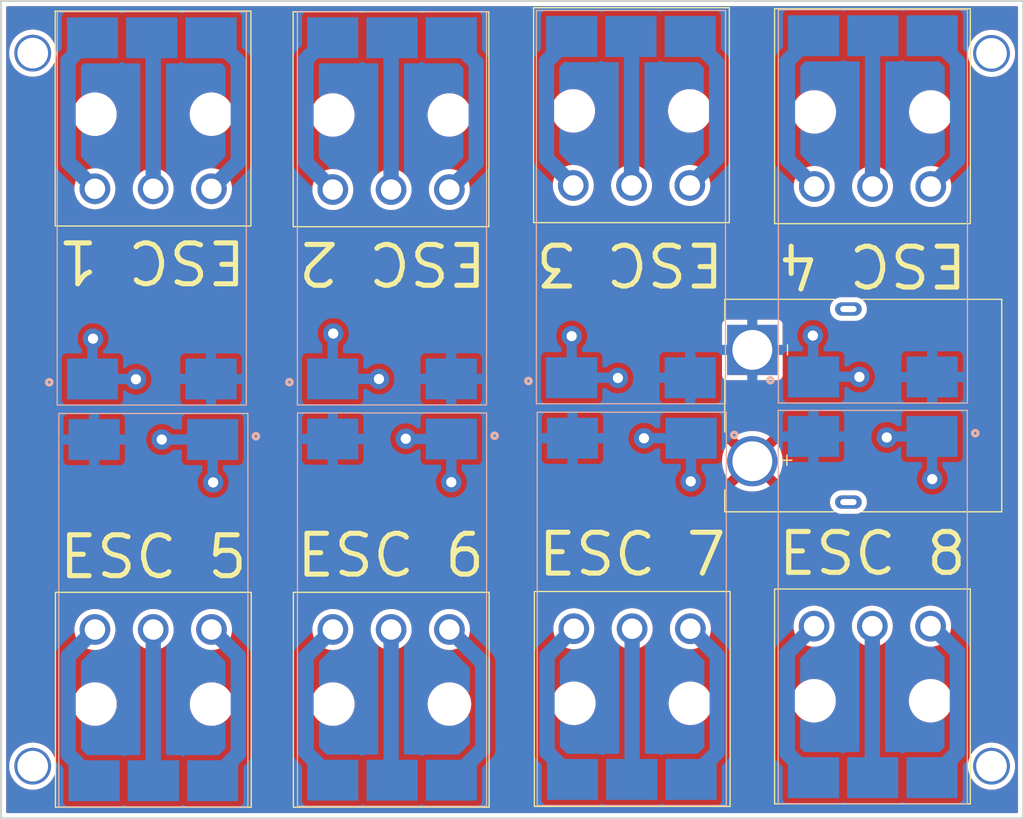
<source format=kicad_pcb>
(kicad_pcb (version 20211014) (generator pcbnew)
  (layers (0 "F.Cu" signal) (31 "B.Cu" signal) (34 "B.Paste" user) (35 "F.Paste" user) (36 "B.SilkS" user "B.Silkscreen") (37 "F.SilkS" user "F.Silkscreen") (38 "B.Mask" user) (39 "F.Mask" user) (44 "Edge.Cuts" user))
  (net 0 "")
  (net 1 "Net-(J1-Pad1)")
  (net 2 "Net-(J1-Pad2)")
  (net 3 "Net-(J1-Pad3)")
  (net 4 "Net-(J2-Pad1)")
  (net 5 "Net-(J2-Pad2)")
  (net 6 "Net-(J2-Pad3)")
  (net 7 "Net-(J3-Pad1)")
  (net 8 "Net-(J3-Pad2)")
  (net 9 "Net-(J3-Pad3)")
  (net 10 "Net-(J4-Pad1)")
  (net 11 "Net-(J4-Pad2)")
  (net 12 "Net-(J4-Pad3)")
  (net 13 "Net-(J5-Pad1)")
  (net 14 "Net-(J5-Pad2)")
  (net 15 "Net-(J5-Pad3)")
  (net 16 "Net-(J6-Pad1)")
  (net 17 "Net-(J6-Pad2)")
  (net 18 "Net-(J6-Pad3)")
  (net 19 "Net-(J7-Pad1)")
  (net 20 "Net-(J7-Pad2)")
  (net 21 "Net-(J7-Pad3)")
  (net 22 "Net-(J8-Pad1)")
  (net 23 "Net-(J8-Pad2)")
  (net 24 "Net-(J8-Pad3)")
  (net 25 "+BATT")
  (net 26 "GND")
  (footprint "0_misc:plated_hole_3.0x3.6mm" (layer "F.Cu") (at 146.9 124.9)
    (fp_text reference "U13" hide)
    (fp_text value "Mounting-holes" hide)
    (pad "1" thru_hole circle locked (at 0 0) (size 3.6 3.6) (drill 3) (layers *.Cu *.Mask))
  )
  (footprint "5_Connectors_Molex:MegaF_RAH_Single_3x5.7mm" (layer "F.Cu") (at 135.265 72.155 180)
    (fp_text reference "J8" hide)
    (fp_text value "header_01x03" hide)
    (fp_rect (start 9.59 21.4) (end -9.56 0.36) (layer "F.SilkS") (width 0.12) (fill none))
    (pad "" np_thru_hole circle (at 5.705 11.3 180) (size 3.25 3.25) (drill 3.25) (layers F&B.Cu *.Mask))
    (pad "" np_thru_hole circle (at -5.695 11.3 180) (size 3.25 3.25) (drill 3.25) (layers F&B.Cu *.Mask))
    (pad "1" thru_hole circle (at -5.695 4 180) (size 3 3) (drill 2) (layers *.Cu *.Mask) (net 22 "Net-(J8-Pad1)"))
    (pad "2" thru_hole circle (at 0.005 4 180) (size 3 3) (drill 2) (layers *.Cu *.Mask) (net 23 "Net-(J8-Pad2)"))
    (pad "3" thru_hole circle (at 5.705 4 180) (size 3 3) (drill 2) (layers *.Cu *.Mask) (net 24 "Net-(J8-Pad3)"))
  )
  (footprint "5_Connectors_Molex:MegaF_RAH_Single_3x5.7mm" (layer "F.Cu") (at 111.69 72.055 180)
    (fp_text reference "J7" hide)
    (fp_text value "header_01x03" hide)
    (fp_rect (start 9.59 21.4) (end -9.56 0.36) (layer "F.SilkS") (width 0.12) (fill none))
    (pad "" np_thru_hole circle (at -5.695 11.3 180) (size 3.25 3.25) (drill 3.25) (layers F&B.Cu *.Mask))
    (pad "" np_thru_hole circle (at 5.705 11.3 180) (size 3.25 3.25) (drill 3.25) (layers F&B.Cu *.Mask))
    (pad "1" thru_hole circle (at -5.695 4 180) (size 3 3) (drill 2) (layers *.Cu *.Mask) (net 19 "Net-(J7-Pad1)"))
    (pad "2" thru_hole circle (at 0.005 4 180) (size 3 3) (drill 2) (layers *.Cu *.Mask) (net 20 "Net-(J7-Pad2)"))
    (pad "3" thru_hole circle (at 5.705 4 180) (size 3 3) (drill 2) (layers *.Cu *.Mask) (net 21 "Net-(J7-Pad3)"))
  )
  (footprint "0_misc:plated_hole_3.0x3.6mm" (layer "F.Cu") (at 146.9 55.125)
    (fp_text reference "U11" hide)
    (fp_text value "Mounting-holes" hide)
    (pad "1" thru_hole circle locked (at 0 0) (size 3.6 3.6) (drill 3) (layers *.Cu *.Mask))
  )
  (footprint "5_Connectors_Molex:MegaF_RAH_Single_3x5.7mm" (layer "F.Cu") (at 64.885 107.52)
    (fp_text reference "J4" hide)
    (fp_text value "header_01x03" hide)
    (fp_rect (start 9.59 21.4) (end -9.56 0.36) (layer "F.SilkS") (width 0.12) (fill none))
    (pad "" np_thru_hole circle (at -5.695 11.3) (size 3.25 3.25) (drill 3.25) (layers F&B.Cu *.Mask))
    (pad "" np_thru_hole circle (at 5.705 11.3) (size 3.25 3.25) (drill 3.25) (layers F&B.Cu *.Mask))
    (pad "1" thru_hole circle (at -5.695 4) (size 3 3) (drill 2) (layers *.Cu *.Mask) (net 10 "Net-(J4-Pad1)"))
    (pad "2" thru_hole circle (at 0.005 4) (size 3 3) (drill 2) (layers *.Cu *.Mask) (net 11 "Net-(J4-Pad2)"))
    (pad "3" thru_hole circle (at 5.705 4) (size 3 3) (drill 2) (layers *.Cu *.Mask) (net 12 "Net-(J4-Pad3)"))
  )
  (footprint "5_Connectors_Molex:MegaF_RAH_Single_3x5.7mm" (layer "F.Cu") (at 88.165 72.455 180)
    (fp_text reference "J5" hide)
    (fp_text value "header_01x03" hide)
    (fp_rect (start 9.59 21.4) (end -9.56 0.36) (layer "F.SilkS") (width 0.12) (fill none))
    (pad "" np_thru_hole circle (at -5.695 11.3 180) (size 3.25 3.25) (drill 3.25) (layers F&B.Cu *.Mask))
    (pad "" np_thru_hole circle (at 5.705 11.3 180) (size 3.25 3.25) (drill 3.25) (layers F&B.Cu *.Mask))
    (pad "1" thru_hole circle (at -5.695 4 180) (size 3 3) (drill 2) (layers *.Cu *.Mask) (net 13 "Net-(J5-Pad1)"))
    (pad "2" thru_hole circle (at 0.005 4 180) (size 3 3) (drill 2) (layers *.Cu *.Mask) (net 14 "Net-(J5-Pad2)"))
    (pad "3" thru_hole circle (at 5.705 4 180) (size 3 3) (drill 2) (layers *.Cu *.Mask) (net 15 "Net-(J5-Pad3)"))
  )
  (footprint "5_Connectors_Molex:MegaF_RAH_Single_3x5.7mm" (layer "F.Cu") (at 135.235 107.195)
    (fp_text reference "J3" hide)
    (fp_text value "header_01x03" hide)
    (fp_rect (start 9.59 21.4) (end -9.56 0.36) (layer "F.SilkS") (width 0.12) (fill none))
    (pad "" np_thru_hole circle (at -5.695 11.3) (size 3.25 3.25) (drill 3.25) (layers F&B.Cu *.Mask))
    (pad "" np_thru_hole circle (at 5.705 11.3) (size 3.25 3.25) (drill 3.25) (layers F&B.Cu *.Mask))
    (pad "1" thru_hole circle (at -5.695 4) (size 3 3) (drill 2) (layers *.Cu *.Mask) (net 7 "Net-(J3-Pad1)"))
    (pad "2" thru_hole circle (at 0.005 4) (size 3 3) (drill 2) (layers *.Cu *.Mask) (net 8 "Net-(J3-Pad2)"))
    (pad "3" thru_hole circle (at 5.705 4) (size 3 3) (drill 2) (layers *.Cu *.Mask) (net 9 "Net-(J3-Pad3)"))
  )
  (footprint "5_Connectors_Molex:MegaF_RAH_Single_3x5.7mm" (layer "F.Cu") (at 64.89 72.38 180)
    (fp_text reference "J2" hide)
    (fp_text value "header_01x03" hide)
    (fp_rect (start 9.59 21.4) (end -9.56 0.36) (layer "F.SilkS") (width 0.12) (fill none))
    (pad "" np_thru_hole circle (at -5.695 11.3 180) (size 3.25 3.25) (drill 3.25) (layers F&B.Cu *.Mask))
    (pad "" np_thru_hole circle (at 5.705 11.3 180) (size 3.25 3.25) (drill 3.25) (layers F&B.Cu *.Mask))
    (pad "1" thru_hole circle (at -5.695 4 180) (size 3 3) (drill 2) (layers *.Cu *.Mask) (net 4 "Net-(J2-Pad1)"))
    (pad "2" thru_hole circle (at 0.005 4 180) (size 3 3) (drill 2) (layers *.Cu *.Mask) (net 5 "Net-(J2-Pad2)"))
    (pad "3" thru_hole circle (at 5.705 4 180) (size 3 3) (drill 2) (layers *.Cu *.Mask) (net 6 "Net-(J2-Pad3)"))
  )
  (footprint "5_Connectors_Molex:MegaF_RAH_Single_3x5.7mm" (layer "F.Cu") (at 111.735 107.445)
    (fp_text reference "J1" hide)
    (fp_text value "header_01x03" hide)
    (fp_rect (start 9.59 21.4) (end -9.56 0.36) (layer "F.SilkS") (width 0.12) (fill none))
    (pad "" np_thru_hole circle (at -5.695 11.3) (size 3.25 3.25) (drill 3.25) (layers F&B.Cu *.Mask))
    (pad "" np_thru_hole circle (at 5.705 11.3) (size 3.25 3.25) (drill 3.25) (layers F&B.Cu *.Mask))
    (pad "1" thru_hole circle (at -5.695 4) (size 3 3) (drill 2) (layers *.Cu *.Mask) (net 1 "Net-(J1-Pad1)"))
    (pad "2" thru_hole circle (at 0.005 4) (size 3 3) (drill 2) (layers *.Cu *.Mask) (net 2 "Net-(J1-Pad2)"))
    (pad "3" thru_hole circle (at 5.705 4) (size 3 3) (drill 2) (layers *.Cu *.Mask) (net 3 "Net-(J1-Pad3)"))
  )
  (footprint "0_misc:plated_hole_3.0x3.6mm" (layer "F.Cu") (at 53.1 55.1)
    (fp_text reference "U10" hide)
    (fp_text value "Mounting-holes" hide)
    (pad "1" thru_hole circle locked (at 0 0) (size 3.6 3.6) (drill 3) (layers *.Cu *.Mask))
  )
  (footprint "5_Connectors_AMASS:AMASS_XT90PW-M_Horizontal" (layer "F.Cu") (at 135.54 89.61 -90)
    (fp_text reference "U1" hide)
    (fp_text value "XT90PW-M" hide)
    (fp_line (start 10.39 1.29) (end 10.39 -12.36) (layer "F.SilkS") (width 0.127))
    (fp_line (start -10.41 4.04) (end -10.41 14.74) (layer "F.SilkS") (width 0.127))
    (fp_line (start -10.41 14.74) (end -8.26 14.74) (layer "F.SilkS") (width 0.127))
    (fp_line (start 2.59 14.74) (end -2.61 14.74) (layer "F.SilkS") (width 0.127))
    (fp_line (start 8.24 14.74) (end 10.39 14.74) (layer "F.SilkS") (width 0.127))
    (fp_line (start 5.34 8.16) (end 5.34 9.16) (layer "F.SilkS") (width 0.127))
    (fp_line (start -10.41 -12.36) (end -10.41 1.29) (layer "F.SilkS") (width 0.127))
    (fp_line (start -4.96 8.6) (end -5.96 8.6) (layer "F.SilkS") (width 0.127))
    (fp_line (start 4.84 8.66) (end 5.84 8.66) (layer "F.SilkS") (width 0.127))
    (fp_line (start 10.39 -12.36) (end -10.41 -12.36) (layer "F.SilkS") (width 0.127))
    (fp_line (start 10.39 14.74) (end 10.39 4.04) (layer "F.SilkS") (width 0.127))
    (pad "" thru_hole oval (at -9.46 2.64 90) (size 1.3 2.6) (drill oval 0.6 1.6) (layers *.Cu *.Mask))
    (pad "" thru_hole oval (at 9.44 2.64 90) (size 1.3 2.6) (drill oval 0.6 1.6) (layers *.Cu *.Mask))
    (pad "1" thru_hole rect (at -5.46 12.04 90) (size 4.916 4.916) (drill 3.9) (layers *.Cu *.Mask) (net 26 "GND"))
    (pad "2" thru_hole circle (at 5.44 12.04 90) (size 4.916 4.916) (drill 3.9) (layers *.Cu *.Mask) (net 25 "+BATT"))
  )
  (footprint "0_misc:plated_hole_3.0x3.6mm" (layer "F.Cu") (at 53.1 124.9)
    (fp_text reference "U12" hide)
    (fp_text value "Mounting-holes" hide)
    (pad "1" thru_hole circle locked (at 0 0) (size 3.6 3.6) (drill 3) (layers *.Cu *.Mask))
  )
  (footprint "5_Connectors_Molex:MegaF_RAH_Single_3x5.7mm" (layer "F.Cu") (at 88.16 107.52)
    (fp_text reference "J6" hide)
    (fp_text value "header_01x03" hide)
    (fp_rect (start 9.59 21.4) (end -9.56 0.36) (layer "F.SilkS") (width 0.12) (fill none))
    (pad "" np_thru_hole circle (at -5.695 11.3) (size 3.25 3.25) (drill 3.25) (layers F&B.Cu *.Mask))
    (pad "" np_thru_hole circle (at 5.705 11.3) (size 3.25 3.25) (drill 3.25) (layers F&B.Cu *.Mask))
    (pad "1" thru_hole circle (at -5.695 4) (size 3 3) (drill 2) (layers *.Cu *.Mask) (net 16 "Net-(J6-Pad1)"))
    (pad "2" thru_hole circle (at 0.005 4) (size 3 3) (drill 2) (layers *.Cu *.Mask) (net 17 "Net-(J6-Pad2)"))
    (pad "3" thru_hole circle (at 5.705 4) (size 3 3) (drill 2) (layers *.Cu *.Mask) (net 18 "Net-(J6-Pad3)"))
  )
  (footprint "hot_swap_footprints:esc" (layer "B.Cu") (at 111.625 70.175)
    (fp_text reference "U8" hide)
    (fp_text value "ESC" hide)
    (fp_rect (start -9.25 19.25) (end 9.25 -19.25) (layer "B.SilkS") (width 0.12) (fill none))
    (fp_circle (center -10.03 17.02) (end -9.758338 17.02) (layer "B.SilkS") (width 0.3) (fill none))
    (pad "1" smd rect (at -5.8 16.7) (size 5 4) (layers "B.Cu" "B.Paste" "B.Mask") (net 25 "+BATT"))
    (pad "2" smd rect (at 5.8 16.7) (size 5 4) (layers "B.Cu" "B.Paste" "B.Mask") (net 26 "GND"))
    (pad "3" smd rect (at -5.8 -16.7) (size 5 4) (layers "B.Cu" "B.Paste" "B.Mask") (net 21 "Net-(J7-Pad3)"))
    (pad "4" smd rect (at 0 -16.7) (size 5 4) (layers "B.Cu" "B.Paste" "B.Mask") (net 20 "Net-(J7-Pad2)"))
    (pad "5" smd rect (at 5.8 -16.7) (size 5 4) (layers "B.Cu" "B.Paste" "B.Mask") (net 19 "Net-(J7-Pad1)"))
  )
  (footprint "hot_swap_footprints:esc" (layer "B.Cu") (at 88.254169 109.575 180)
    (fp_text reference "U7" hide)
    (fp_text value "ESC" hide)
    (fp_rect (start -9.25 19.25) (end 9.25 -19.25) (layer "B.SilkS") (width 0.12) (fill none))
    (fp_circle (center -10.03 17.02) (end -9.758338 17.02) (layer "B.SilkS") (width 0.3) (fill none))
    (pad "1" smd rect (at -5.8 16.7 180) (size 5 4) (layers "B.Cu" "B.Paste" "B.Mask") (net 25 "+BATT"))
    (pad "2" smd rect (at 5.8 16.7 180) (size 5 4) (layers "B.Cu" "B.Paste" "B.Mask") (net 26 "GND"))
    (pad "3" smd rect (at -5.8 -16.7 180) (size 5 4) (layers "B.Cu" "B.Paste" "B.Mask") (net 18 "Net-(J6-Pad3)"))
    (pad "4" smd rect (at 0 -16.7 180) (size 5 4) (layers "B.Cu" "B.Paste" "B.Mask") (net 17 "Net-(J6-Pad2)"))
    (pad "5" smd rect (at 5.8 -16.7 180) (size 5 4) (layers "B.Cu" "B.Paste" "B.Mask") (net 16 "Net-(J6-Pad1)"))
  )
  (footprint "hot_swap_footprints:esc" (layer "B.Cu") (at 135.295831 70.1)
    (fp_text reference "U9" hide)
    (fp_text value "ESC" hide)
    (fp_rect (start -9.25 19.25) (end 9.25 -19.25) (layer "B.SilkS") (width 0.12) (fill none))
    (fp_circle (center -10.03 17.02) (end -9.758338 17.02) (layer "B.SilkS") (width 0.3) (fill none))
    (pad "1" smd rect (at -5.8 16.7) (size 5 4) (layers "B.Cu" "B.Paste" "B.Mask") (net 25 "+BATT"))
    (pad "2" smd rect (at 5.8 16.7) (size 5 4) (layers "B.Cu" "B.Paste" "B.Mask") (net 26 "GND"))
    (pad "3" smd rect (at -5.8 -16.7) (size 5 4) (layers "B.Cu" "B.Paste" "B.Mask") (net 24 "Net-(J8-Pad3)"))
    (pad "4" smd rect (at 0 -16.7) (size 5 4) (layers "B.Cu" "B.Paste" "B.Mask") (net 23 "Net-(J8-Pad2)"))
    (pad "5" smd rect (at 5.8 -16.7) (size 5 4) (layers "B.Cu" "B.Paste" "B.Mask") (net 22 "Net-(J8-Pad1)"))
  )
  (footprint "hot_swap_footprints:esc" (layer "B.Cu") (at 88.245831 70.29)
    (fp_text reference "U6" hide)
    (fp_text value "ESC" hide)
    (fp_rect (start -9.25 19.25) (end 9.25 -19.25) (layer "B.SilkS") (width 0.12) (fill none))
    (fp_circle (center -10.03 17.02) (end -9.758338 17.02) (layer "B.SilkS") (width 0.3) (fill none))
    (pad "1" smd rect (at -5.8 16.7) (size 5 4) (layers "B.Cu" "B.Paste" "B.Mask") (net 25 "+BATT"))
    (pad "2" smd rect (at 5.8 16.7) (size 5 4) (layers "B.Cu" "B.Paste" "B.Mask") (net 26 "GND"))
    (pad "3" smd rect (at -5.8 -16.7) (size 5 4) (layers "B.Cu" "B.Paste" "B.Mask") (net 15 "Net-(J5-Pad3)"))
    (pad "4" smd rect (at 0 -16.7) (size 5 4) (layers "B.Cu" "B.Paste" "B.Mask") (net 14 "Net-(J5-Pad2)"))
    (pad "5" smd rect (at 5.8 -16.7) (size 5 4) (layers "B.Cu" "B.Paste" "B.Mask") (net 13 "Net-(J5-Pad1)"))
  )
  (footprint "hot_swap_footprints:esc" (layer "B.Cu") (at 64.903338 109.625 180)
    (fp_text reference "U5" hide)
    (fp_text value "ESC" hide)
    (fp_rect (start -9.25 19.25) (end 9.25 -19.25) (layer "B.SilkS") (width 0.12) (fill none))
    (fp_circle (center -10.03 17.02) (end -9.758338 17.02) (layer "B.SilkS") (width 0.3) (fill none))
    (pad "1" smd rect (at -5.8 16.7 180) (size 5 4) (layers "B.Cu" "B.Paste" "B.Mask") (net 25 "+BATT"))
    (pad "2" smd rect (at 5.8 16.7 180) (size 5 4) (layers "B.Cu" "B.Paste" "B.Mask") (net 26 "GND"))
    (pad "3" smd rect (at -5.8 -16.7 180) (size 5 4) (layers "B.Cu" "B.Paste" "B.Mask") (net 12 "Net-(J4-Pad3)"))
    (pad "4" smd rect (at 0 -16.7 180) (size 5 4) (layers "B.Cu" "B.Paste" "B.Mask") (net 11 "Net-(J4-Pad2)"))
    (pad "5" smd rect (at 5.8 -16.7 180) (size 5 4) (layers "B.Cu" "B.Paste" "B.Mask") (net 10 "Net-(J4-Pad1)"))
  )
  (footprint "hot_swap_footprints:esc" (layer "B.Cu") (at 64.745831 70.3)
    (fp_text reference "U3" hide)
    (fp_text value "ESC" hide)
    (fp_rect (start -9.25 19.25) (end 9.25 -19.25) (layer "B.SilkS") (width 0.12) (fill none))
    (fp_circle (center -10.03 17.02) (end -9.758338 17.02) (layer "B.SilkS") (width 0.3) (fill none))
    (pad "1" smd rect (at -5.8 16.7) (size 5 4) (layers "B.Cu" "B.Paste" "B.Mask") (net 25 "+BATT"))
    (pad "2" smd rect (at 5.8 16.7) (size 5 4) (layers "B.Cu" "B.Paste" "B.Mask") (net 26 "GND"))
    (pad "3" smd rect (at -5.8 -16.7) (size 5 4) (layers "B.Cu" "B.Paste" "B.Mask") (net 6 "Net-(J2-Pad3)"))
    (pad "4" smd rect (at 0 -16.7) (size 5 4) (layers "B.Cu" "B.Paste" "B.Mask") (net 5 "Net-(J2-Pad2)"))
    (pad "5" smd rect (at 5.8 -16.7) (size 5 4) (layers "B.Cu" "B.Paste" "B.Mask") (net 4 "Net-(J2-Pad1)"))
  )
  (footprint "hot_swap_footprints:esc" (layer "B.Cu") (at 111.704169 109.5 180)
    (fp_text reference "U2" hide)
    (fp_text value "ESC" hide)
    (fp_rect (start -9.25 19.25) (end 9.25 -19.25) (layer "B.SilkS") (width 0.12) (fill none))
    (fp_circle (center -10.03 17.02) (end -9.758338 17.02) (layer "B.SilkS") (width 0.3) (fill none))
    (pad "1" smd rect (at -5.8 16.7 180) (size 5 4) (layers "B.Cu" "B.Paste" "B.Mask") (net 25 "+BATT"))
    (pad "2" smd rect (at 5.8 16.7 180) (size 5 4) (layers "B.Cu" "B.Paste" "B.Mask") (net 26 "GND"))
    (pad "3" smd rect (at -5.8 -16.7 180) (size 5 4) (layers "B.Cu" "B.Paste" "B.Mask") (net 3 "Net-(J1-Pad3)"))
    (pad "4" smd rect (at 0 -16.7 180) (size 5 4) (layers "B.Cu" "B.Paste" "B.Mask") (net 2 "Net-(J1-Pad2)"))
    (pad "5" smd rect (at 5.8 -16.7 180) (size 5 4) (layers "B.Cu" "B.Paste" "B.Mask") (net 1 "Net-(J1-Pad1)"))
  )
  (footprint "hot_swap_footprints:esc" (layer "B.Cu") (at 135.279169 109.325 180)
    (fp_text reference "U4" hide)
    (fp_text value "ESC" hide)
    (fp_rect (start -9.25 19.25) (end 9.25 -19.25) (layer "B.SilkS") (width 0.12) (fill none))
    (fp_circle (center -10.03 17.02) (end -9.758338 17.02) (layer "B.SilkS") (width 0.3) (fill none))
    (pad "1" smd rect (at -5.8 16.7 180) (size 5 4) (layers "B.Cu" "B.Paste" "B.Mask") (net 25 "+BATT"))
    (pad "2" smd rect (at 5.8 16.7 180) (size 5 4) (layers "B.Cu" "B.Paste" "B.Mask") (net 26 "GND"))
    (pad "3" smd rect (at -5.8 -16.7 180) (size 5 4) (layers "B.Cu" "B.Paste" "B.Mask") (net 9 "Net-(J3-Pad3)"))
    (pad "4" smd rect (at 0 -16.7 180) (size 5 4) (layers "B.Cu" "B.Paste" "B.Mask") (net 8 "Net-(J3-Pad2)"))
    (pad "5" smd rect (at 5.8 -16.7 180) (size 5 4) (layers "B.Cu" "B.Paste" "B.Mask") (net 7 "Net-(J3-Pad1)"))
  )
  (gr_rect (start 50 50) (end 150 130) (layer "Edge.Cuts") (width 0.2) (fill none))
  (gr_text "ESC 7\n" (at 111.75 104.175) (layer "F.SilkS") (effects (font (size 4 4) (thickness 0.5))))
  (gr_text "ESC 5\n" (at 64.9 104.425) (layer "F.SilkS") (effects (font (size 4 4) (thickness 0.5))))
  (gr_text "ESC 3\n" (at 111.525 75.725 180) (layer "F.SilkS") (effects (font (size 4 4) (thickness 0.5))))
  (gr_text "ESC 4\n" (at 135.3 75.825 180) (layer "F.SilkS") (effects (font (size 4 4) (thickness 0.5))))
  (gr_text "ESC 2\n" (at 88.3 75.65 180) (layer "F.SilkS") (effects (font (size 4 4) (thickness 0.5))))
  (gr_text "ESC 6\n" (at 88.125 104.275) (layer "F.SilkS") (effects (font (size 4 4) (thickness 0.5))))
  (gr_text "ESC 1" (at 64.75 75.5 180) (layer "F.SilkS") (effects (font (size 4 4) (thickness 0.5))))
  (gr_text "ESC 8" (at 135.25 104.1) (layer "F.SilkS") (effects (font (size 4 4) (thickness 0.5))))
  (segment (start 106.04 111.445) (end 103.414999 114.070001) (width 1.5) (layer "B.Cu") (net 1))
  (segment (start 103.414999 123.514999) (end 105.875 125.975) (width 1.5) (layer "B.Cu") (net 1))
  (segment (start 103.414999 114.070001) (end 103.414999 123.514999) (width 1.5) (layer "B.Cu") (net 1))
  (segment (start 111.74 126.185) (end 111.725 126.2) (width 1.5) (layer "B.Cu") (net 2))
  (segment (start 111.74 111.445) (end 111.74 126.185) (width 1.5) (layer "B.Cu") (net 2))
  (segment (start 117.44 111.445) (end 120.065001 114.070001) (width 1.5) (layer "B.Cu") (net 3))
  (segment (start 120.065001 114.070001) (end 120.065001 123.534999) (width 1.5) (layer "B.Cu") (net 3))
  (segment (start 120.065001 123.534999) (end 117.525 126.075) (width 1.5) (layer "B.Cu") (net 3))
  (segment (start 70.585 68.38) (end 73.210001 65.754999) (width 1.5) (layer "B.Cu") (net 4))
  (segment (start 73.210001 65.754999) (end 73.210001 55.960001) (width 1.5) (layer "B.Cu") (net 4))
  (segment (start 73.210001 55.960001) (end 70.675 53.425) (width 1.5) (layer "B.Cu") (net 4))
  (segment (start 64.885 68.38) (end 64.885 53.61) (width 1.5) (layer "B.Cu") (net 5))
  (segment (start 59.185 68.38) (end 56.559999 65.754999) (width 1.5) (layer "B.Cu") (net 6))
  (segment (start 56.559999 55.865001) (end 58.975 53.45) (width 1.5) (layer "B.Cu") (net 6))
  (segment (start 56.559999 65.754999) (end 56.559999 55.865001) (width 1.5) (layer "B.Cu") (net 6))
  (segment (start 126.914999 113.820001) (end 126.914999 123.639999) (width 1.5) (layer "B.Cu") (net 7))
  (segment (start 126.914999 123.639999) (end 129.3 126.025) (width 1.5) (layer "B.Cu") (net 7))
  (segment (start 129.54 111.195) (end 126.914999 113.820001) (width 1.5) (layer "B.Cu") (net 7))
  (segment (start 135.24 111.195) (end 135.24 126.09) (width 1.5) (layer "B.Cu") (net 8))
  (segment (start 143.565001 123.539168) (end 143.565001 113.715001) (width 1.5) (layer "B.Cu") (net 9))
  (segment (start 143.565001 113.715001) (end 141.025 111.175) (width 1.5) (layer "B.Cu") (net 9))
  (segment (start 141.079169 126.025) (end 143.565001 123.539168) (width 1.5) (layer "B.Cu") (net 9))
  (segment (start 56.564999 123.739999) (end 59.175 126.35) (width 1.5) (layer "B.Cu") (net 10))
  (segment (start 59.19 111.52) (end 56.564999 114.145001) (width 1.5) (layer "B.Cu") (net 10))
  (segment (start 56.564999 114.145001) (end 56.564999 123.739999) (width 1.5) (layer "B.Cu") (net 10))
  (segment (start 64.89 111.52) (end 64.89 126.46) (width 1.5) (layer "B.Cu") (net 11))
  (segment (start 70.59 111.52) (end 73.215001 114.145001) (width 1.5) (layer "B.Cu") (net 12))
  (segment (start 73.215001 114.145001) (end 73.215001 123.684999) (width 1.5) (layer "B.Cu") (net 12))
  (segment (start 73.215001 123.684999) (end 70.625 126.275) (width 1.5) (layer "B.Cu") (net 12))
  (segment (start 96.485001 56.060001) (end 94.025 53.6) (width 1.5) (layer "B.Cu") (net 13))
  (segment (start 93.86 68.455) (end 96.485001 65.829999) (width 1.5) (layer "B.Cu") (net 13))
  (segment (start 96.485001 65.829999) (end 96.485001 56.060001) (width 1.5) (layer "B.Cu") (net 13))
  (segment (start 88.16 68.455) (end 88.16 53.365) (width 1.5) (layer "B.Cu") (net 14))
  (segment (start 79.834999 65.829999) (end 79.834999 55.715001) (width 1.5) (layer "B.Cu") (net 15))
  (segment (start 79.834999 55.715001) (end 82.2 53.35) (width 1.5) (layer "B.Cu") (net 15))
  (segment (start 82.46 68.455) (end 79.834999 65.829999) (width 1.5) (layer "B.Cu") (net 15))
  (segment (start 79.839999 123.539999) (end 82.625 126.325) (width 1.5) (layer "B.Cu") (net 16))
  (segment (start 82.465 111.52) (end 79.839999 114.145001) (width 1.5) (layer "B.Cu") (net 16))
  (segment (start 79.839999 114.145001) (end 79.839999 123.539999) (width 1.5) (layer "B.Cu") (net 16))
  (segment (start 88.165 111.52) (end 88.165 126.39) (width 1.5) (layer "B.Cu") (net 17))
  (segment (start 93.865 111.52) (end 97.125 114.78) (width 1.5) (layer "B.Cu") (net 18))
  (segment (start 97.125 123.2) (end 94 126.325) (width 1.5) (layer "B.Cu") (net 18))
  (segment (start 97.125 114.78) (end 97.125 123.2) (width 1.5) (layer "B.Cu") (net 18))
  (segment (start 120.010001 65.429999) (end 120.010001 56.035001) (width 1.5) (layer "B.Cu") (net 19))
  (segment (start 120.010001 56.035001) (end 117.425 53.45) (width 1.5) (layer "B.Cu") (net 19))
  (segment (start 117.385 68.055) (end 120.010001 65.429999) (width 1.5) (layer "B.Cu") (net 19))
  (segment (start 111.685 53.61) (end 111.575 53.5) (width 1.5) (layer "B.Cu") (net 20))
  (segment (start 111.685 68.055) (end 111.685 53.61) (width 1.5) (layer "B.Cu") (net 20))
  (segment (start 103.359999 65.429999) (end 103.359999 55.940001) (width 1.5) (layer "B.Cu") (net 21))
  (segment (start 103.359999 55.940001) (end 105.775 53.525) (width 1.5) (layer "B.Cu") (net 21))
  (segment (start 105.985 68.055) (end 103.359999 65.429999) (width 1.5) (layer "B.Cu") (net 21))
  (segment (start 143.585001 65.529999) (end 143.585001 55.960001) (width 1.5) (layer "B.Cu") (net 22))
  (segment (start 143.585001 55.960001) (end 140.975 53.35) (width 1.5) (layer "B.Cu") (net 22))
  (segment (start 140.96 68.155) (end 143.585001 65.529999) (width 1.5) (layer "B.Cu") (net 22))
  (segment (start 135.26 68.155) (end 135.26 53.31) (width 1.5) (layer "B.Cu") (net 23))
  (segment (start 129.56 68.155) (end 126.934999 65.529999) (width 1.5) (layer "B.Cu") (net 24))
  (segment (start 126.934999 65.529999) (end 126.934999 55.865001) (width 1.5) (layer "B.Cu") (net 24))
  (segment (start 126.934999 55.865001) (end 129.55 53.25) (width 1.5) (layer "B.Cu") (net 24))
  (via (at 63.2 87.025) (size 2) (drill 1) (layers "F.Cu" "B.Cu") (net 25))
  (via (at 117.475 97.025) (size 2) (drill 1) (layers "F.Cu" "B.Cu") (net 25))
  (via (at 82.5 82.55) (size 2) (drill 1) (layers "F.Cu" "B.Cu") (net 25))
  (via (at 112.9 92.8) (size 2) (drill 1) (layers "F.Cu" "B.Cu") (net 25))
  (via (at 89.6 92.85) (size 2) (drill 1) (layers "F.Cu" "B.Cu") (net 25))
  (via (at 70.75 97.125) (size 2) (drill 1) (layers "F.Cu" "B.Cu") (net 25))
  (via (at 141.1 96.8) (size 2) (drill 1) (layers "F.Cu" "B.Cu") (net 25))
  (via (at 136.65 92.725) (size 2) (drill 1) (layers "F.Cu" "B.Cu") (net 25))
  (via (at 129.425 82.75) (size 2) (drill 1) (layers "F.Cu" "B.Cu") (net 25))
  (via (at 86.975 87) (size 2) (drill 1) (layers "F.Cu" "B.Cu") (net 25))
  (via (at 94.05 97.1) (size 2) (drill 1) (layers "F.Cu" "B.Cu") (net 25))
  (via (at 65.725 92.925) (size 2) (drill 1) (layers "F.Cu" "B.Cu") (net 25))
  (via (at 105.825 82.8) (size 2) (drill 1) (layers "F.Cu" "B.Cu") (net 25))
  (via (at 133.975 86.8) (size 2) (drill 1) (layers "F.Cu" "B.Cu") (net 25))
  (via (at 110.35 86.9) (size 2) (drill 1) (layers "F.Cu" "B.Cu") (net 25))
  (via (at 59 83.05) (size 2) (drill 1) (layers "F.Cu" "B.Cu") (net 25))
  (segment (start 94.054169 97.095831) (end 94.05 97.1) (width 1) (layer "B.Cu") (net 25))
  (segment (start 70.703338 92.925) (end 70.703338 97.078338) (width 1) (layer "B.Cu") (net 25))
  (segment (start 129.45 86.775) (end 133.95 86.775) (width 1) (layer "B.Cu") (net 25))
  (segment (start 141.079169 96.779169) (end 141.1 96.8) (width 1) (layer "B.Cu") (net 25))
  (segment (start 117.504169 92.8) (end 112.9 92.8) (width 1) (layer "B.Cu") (net 25))
  (segment (start 117.504169 96.995831) (end 117.475 97.025) (width 1) (layer "B.Cu") (net 25))
  (segment (start 94.054169 92.875) (end 94.054169 97.095831) (width 1) (layer "B.Cu") (net 25))
  (segment (start 82.445831 82.604169) (end 82.5 82.55) (width 1) (layer "B.Cu") (net 25))
  (segment (start 129.45 82.775) (end 129.425 82.75) (width 1) (layer "B.Cu") (net 25))
  (segment (start 136.65 92.725) (end 136.75 92.625) (width 1) (layer "B.Cu") (net 25))
  (segment (start 58.945831 83.104169) (end 59 83.05) (width 1) (layer "B.Cu") (net 25))
  (segment (start 136.75 92.625) (end 141.079169 92.625) (width 1) (layer "B.Cu") (net 25))
  (segment (start 89.625 92.875) (end 89.6 92.85) (width 1) (layer "B.Cu") (net 25))
  (segment (start 82.445831 86.99) (end 82.445831 82.604169) (width 1) (layer "B.Cu") (net 25))
  (segment (start 105.825 86.875) (end 110.325 86.875) (width 1) (layer "B.Cu") (net 25))
  (segment (start 63.175 87) (end 63.2 87.025) (width 1) (layer "B.Cu") (net 25))
  (segment (start 82.445831 86.99) (end 86.965 86.99) (width 1) (layer "B.Cu") (net 25))
  (segment (start 70.703338 97.078338) (end 70.75 97.125) (width 1) (layer "B.Cu") (net 25))
  (segment (start 94.054169 92.875) (end 89.625 92.875) (width 1) (layer "B.Cu") (net 25))
  (segment (start 133.95 86.775) (end 133.975 86.8) (width 1) (layer "B.Cu") (net 25))
  (segment (start 105.825 86.875) (end 105.825 82.8) (width 1) (layer "B.Cu") (net 25))
  (segment (start 58.945831 87) (end 63.175 87) (width 1) (layer "B.Cu") (net 25))
  (segment (start 141.079169 92.625) (end 141.079169 96.779169) (width 1) (layer "B.Cu") (net 25))
  (segment (start 110.325 86.875) (end 110.35 86.9) (width 1) (layer "B.Cu") (net 25))
  (segment (start 58.945831 87) (end 58.945831 83.104169) (width 1) (layer "B.Cu") (net 25))
  (segment (start 65.725 92.925) (end 70.703338 92.925) (width 1) (layer "B.Cu") (net 25))
  (segment (start 129.45 86.775) (end 129.45 82.775) (width 1) (layer "B.Cu") (net 25))
  (segment (start 117.504169 92.8) (end 117.504169 96.995831) (width 1) (layer "B.Cu") (net 25))
  (segment (start 86.965 86.99) (end 86.975 87) (width 1) (layer "B.Cu") (net 25))
  (zone (net 25) (net_name "+BATT") (layer "F.Cu") (connect_pads (clearance 0.508)) (min_thickness 0.254) (fill yes (thermal_gap 0.508) (thermal_bridge_width 1))
    (polygon (pts (xy 149.5 129.5) (xy 50.5 129.5) (xy 50.5 50.5) (xy 149.5 50.5)))
  )
  (zone (net 26) (net_name "GND") (layer "B.Cu") (connect_pads (clearance 0.508)) (min_thickness 0.254) (fill yes (thermal_gap 0.508) (thermal_bridge_width 1))
    (polygon (pts (xy 149.5 129.5) (xy 50.5 129.5) (xy 50.5 50.5) (xy 149.5 50.5)))
  )
)
</source>
